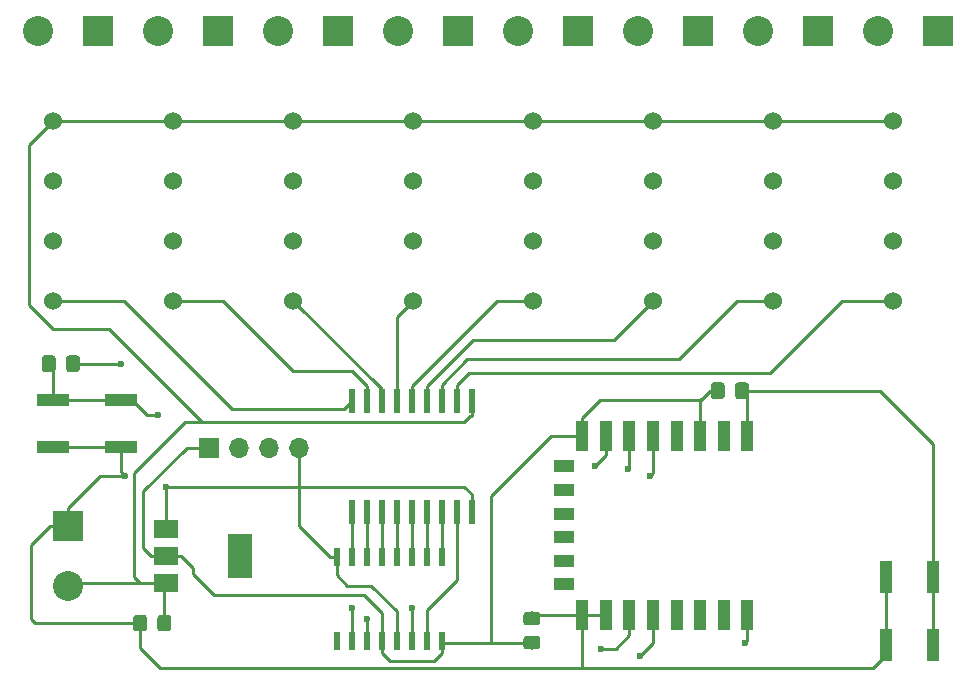
<source format=gtl>
G04 #@! TF.GenerationSoftware,KiCad,Pcbnew,5.0.1-33cea8e~68~ubuntu18.04.1*
G04 #@! TF.CreationDate,2018-11-29T08:56:37+01:00*
G04 #@! TF.ProjectId,8RelaisReed,3852656C616973526565642E6B696361,rev?*
G04 #@! TF.SameCoordinates,Original*
G04 #@! TF.FileFunction,Copper,L1,Top,Signal*
G04 #@! TF.FilePolarity,Positive*
%FSLAX46Y46*%
G04 Gerber Fmt 4.6, Leading zero omitted, Abs format (unit mm)*
G04 Created by KiCad (PCBNEW 5.0.1-33cea8e~68~ubuntu18.04.1) date jeu. 29 nov. 2018 08:56:37 CET*
%MOMM*%
%LPD*%
G01*
G04 APERTURE LIST*
G04 #@! TA.AperFunction,ComponentPad*
%ADD10R,2.540000X2.540000*%
G04 #@! TD*
G04 #@! TA.AperFunction,ComponentPad*
%ADD11C,2.540000*%
G04 #@! TD*
G04 #@! TA.AperFunction,ComponentPad*
%ADD12C,1.524000*%
G04 #@! TD*
G04 #@! TA.AperFunction,SMDPad,CuDef*
%ADD13R,2.000000X3.800000*%
G04 #@! TD*
G04 #@! TA.AperFunction,SMDPad,CuDef*
%ADD14R,2.000000X1.500000*%
G04 #@! TD*
G04 #@! TA.AperFunction,Conductor*
%ADD15C,0.100000*%
G04 #@! TD*
G04 #@! TA.AperFunction,SMDPad,CuDef*
%ADD16C,1.150000*%
G04 #@! TD*
G04 #@! TA.AperFunction,SMDPad,CuDef*
%ADD17R,1.000000X2.750000*%
G04 #@! TD*
G04 #@! TA.AperFunction,SMDPad,CuDef*
%ADD18R,1.000000X2.500000*%
G04 #@! TD*
G04 #@! TA.AperFunction,SMDPad,CuDef*
%ADD19R,1.800000X1.000000*%
G04 #@! TD*
G04 #@! TA.AperFunction,SMDPad,CuDef*
%ADD20R,0.600000X2.000000*%
G04 #@! TD*
G04 #@! TA.AperFunction,SMDPad,CuDef*
%ADD21R,0.600000X1.500000*%
G04 #@! TD*
G04 #@! TA.AperFunction,ComponentPad*
%ADD22R,1.700000X1.700000*%
G04 #@! TD*
G04 #@! TA.AperFunction,ComponentPad*
%ADD23O,1.700000X1.700000*%
G04 #@! TD*
G04 #@! TA.AperFunction,SMDPad,CuDef*
%ADD24R,2.750000X1.000000*%
G04 #@! TD*
G04 #@! TA.AperFunction,ViaPad*
%ADD25C,0.600000*%
G04 #@! TD*
G04 #@! TA.AperFunction,Conductor*
%ADD26C,0.250000*%
G04 #@! TD*
G04 APERTURE END LIST*
D10*
G04 #@! TO.P,P1,1*
G04 #@! TO.N,/GND*
X143510000Y-111760000D03*
D11*
G04 #@! TO.P,P1,2*
G04 #@! TO.N,/5V*
X143510000Y-116840000D03*
G04 #@! TD*
D10*
G04 #@! TO.P,P4,1*
G04 #@! TO.N,Net-(P4-Pad1)*
X146050000Y-69850000D03*
D11*
G04 #@! TO.P,P4,2*
G04 #@! TO.N,Net-(P4-Pad2)*
X140970000Y-69850000D03*
G04 #@! TD*
D10*
G04 #@! TO.P,P5,1*
G04 #@! TO.N,Net-(P5-Pad1)*
X156210000Y-69850000D03*
D11*
G04 #@! TO.P,P5,2*
G04 #@! TO.N,Net-(P5-Pad2)*
X151130000Y-69850000D03*
G04 #@! TD*
D10*
G04 #@! TO.P,P6,1*
G04 #@! TO.N,Net-(P6-Pad1)*
X166370000Y-69850000D03*
D11*
G04 #@! TO.P,P6,2*
G04 #@! TO.N,Net-(P6-Pad2)*
X161290000Y-69850000D03*
G04 #@! TD*
D10*
G04 #@! TO.P,P7,1*
G04 #@! TO.N,Net-(P7-Pad1)*
X176530000Y-69850000D03*
D11*
G04 #@! TO.P,P7,2*
G04 #@! TO.N,Net-(P7-Pad2)*
X171450000Y-69850000D03*
G04 #@! TD*
D10*
G04 #@! TO.P,P8,1*
G04 #@! TO.N,Net-(P8-Pad1)*
X186690000Y-69850000D03*
D11*
G04 #@! TO.P,P8,2*
G04 #@! TO.N,Net-(P8-Pad2)*
X181610000Y-69850000D03*
G04 #@! TD*
D10*
G04 #@! TO.P,P9,1*
G04 #@! TO.N,Net-(P9-Pad1)*
X196850000Y-69850000D03*
D11*
G04 #@! TO.P,P9,2*
G04 #@! TO.N,Net-(P9-Pad2)*
X191770000Y-69850000D03*
G04 #@! TD*
D10*
G04 #@! TO.P,P10,1*
G04 #@! TO.N,Net-(P10-Pad1)*
X207010000Y-69850000D03*
D11*
G04 #@! TO.P,P10,2*
G04 #@! TO.N,Net-(P10-Pad2)*
X201930000Y-69850000D03*
G04 #@! TD*
D10*
G04 #@! TO.P,P11,1*
G04 #@! TO.N,Net-(P11-Pad1)*
X217170000Y-69850000D03*
D11*
G04 #@! TO.P,P11,2*
G04 #@! TO.N,Net-(P11-Pad2)*
X212090000Y-69850000D03*
G04 #@! TD*
D12*
G04 #@! TO.P,R1,1*
G04 #@! TO.N,/S0*
X142240000Y-92710000D03*
G04 #@! TO.P,R1,2*
G04 #@! TO.N,Net-(P4-Pad1)*
X142240000Y-87630000D03*
G04 #@! TO.P,R1,3*
G04 #@! TO.N,Net-(P4-Pad2)*
X142240000Y-82550000D03*
G04 #@! TO.P,R1,4*
G04 #@! TO.N,/5V*
X142240000Y-77470000D03*
G04 #@! TD*
G04 #@! TO.P,R2,1*
G04 #@! TO.N,/S1*
X152400000Y-92710000D03*
G04 #@! TO.P,R2,2*
G04 #@! TO.N,Net-(P5-Pad1)*
X152400000Y-87630000D03*
G04 #@! TO.P,R2,3*
G04 #@! TO.N,Net-(P5-Pad2)*
X152400000Y-82550000D03*
G04 #@! TO.P,R2,4*
G04 #@! TO.N,/5V*
X152400000Y-77470000D03*
G04 #@! TD*
G04 #@! TO.P,R3,1*
G04 #@! TO.N,/S2*
X162560000Y-92710000D03*
G04 #@! TO.P,R3,2*
G04 #@! TO.N,Net-(P6-Pad1)*
X162560000Y-87630000D03*
G04 #@! TO.P,R3,3*
G04 #@! TO.N,Net-(P6-Pad2)*
X162560000Y-82550000D03*
G04 #@! TO.P,R3,4*
G04 #@! TO.N,/5V*
X162560000Y-77470000D03*
G04 #@! TD*
G04 #@! TO.P,R4,1*
G04 #@! TO.N,/S3*
X172720000Y-92710000D03*
G04 #@! TO.P,R4,2*
G04 #@! TO.N,Net-(P7-Pad1)*
X172720000Y-87630000D03*
G04 #@! TO.P,R4,3*
G04 #@! TO.N,Net-(P7-Pad2)*
X172720000Y-82550000D03*
G04 #@! TO.P,R4,4*
G04 #@! TO.N,/5V*
X172720000Y-77470000D03*
G04 #@! TD*
G04 #@! TO.P,R5,1*
G04 #@! TO.N,/S4*
X182880000Y-92710000D03*
G04 #@! TO.P,R5,2*
G04 #@! TO.N,Net-(P8-Pad1)*
X182880000Y-87630000D03*
G04 #@! TO.P,R5,3*
G04 #@! TO.N,Net-(P8-Pad2)*
X182880000Y-82550000D03*
G04 #@! TO.P,R5,4*
G04 #@! TO.N,/5V*
X182880000Y-77470000D03*
G04 #@! TD*
G04 #@! TO.P,R6,1*
G04 #@! TO.N,/S5*
X193040000Y-92710000D03*
G04 #@! TO.P,R6,2*
G04 #@! TO.N,Net-(P9-Pad1)*
X193040000Y-87630000D03*
G04 #@! TO.P,R6,3*
G04 #@! TO.N,Net-(P9-Pad2)*
X193040000Y-82550000D03*
G04 #@! TO.P,R6,4*
G04 #@! TO.N,/5V*
X193040000Y-77470000D03*
G04 #@! TD*
G04 #@! TO.P,R7,1*
G04 #@! TO.N,/S6*
X203200000Y-92710000D03*
G04 #@! TO.P,R7,2*
G04 #@! TO.N,Net-(P10-Pad1)*
X203200000Y-87630000D03*
G04 #@! TO.P,R7,3*
G04 #@! TO.N,Net-(P10-Pad2)*
X203200000Y-82550000D03*
G04 #@! TO.P,R7,4*
G04 #@! TO.N,/5V*
X203200000Y-77470000D03*
G04 #@! TD*
G04 #@! TO.P,R8,1*
G04 #@! TO.N,/S7*
X213360000Y-92710000D03*
G04 #@! TO.P,R8,2*
G04 #@! TO.N,Net-(P11-Pad1)*
X213360000Y-87630000D03*
G04 #@! TO.P,R8,3*
G04 #@! TO.N,Net-(P11-Pad2)*
X213360000Y-82550000D03*
G04 #@! TO.P,R8,4*
G04 #@! TO.N,/5V*
X213360000Y-77470000D03*
G04 #@! TD*
D13*
G04 #@! TO.P,U1,4*
G04 #@! TO.N,N/C*
X158090000Y-114300000D03*
D14*
G04 #@! TO.P,U1,2*
G04 #@! TO.N,/3V3*
X151790000Y-114300000D03*
G04 #@! TO.P,U1,3*
G04 #@! TO.N,/5V*
X151790000Y-116600000D03*
G04 #@! TO.P,U1,1*
G04 #@! TO.N,/GND*
X151790000Y-112000000D03*
G04 #@! TD*
D15*
G04 #@! TO.N,/5V*
G04 #@! TO.C,C1*
G36*
X151987505Y-119316204D02*
X152011773Y-119319804D01*
X152035572Y-119325765D01*
X152058671Y-119334030D01*
X152080850Y-119344520D01*
X152101893Y-119357132D01*
X152121599Y-119371747D01*
X152139777Y-119388223D01*
X152156253Y-119406401D01*
X152170868Y-119426107D01*
X152183480Y-119447150D01*
X152193970Y-119469329D01*
X152202235Y-119492428D01*
X152208196Y-119516227D01*
X152211796Y-119540495D01*
X152213000Y-119564999D01*
X152213000Y-120465001D01*
X152211796Y-120489505D01*
X152208196Y-120513773D01*
X152202235Y-120537572D01*
X152193970Y-120560671D01*
X152183480Y-120582850D01*
X152170868Y-120603893D01*
X152156253Y-120623599D01*
X152139777Y-120641777D01*
X152121599Y-120658253D01*
X152101893Y-120672868D01*
X152080850Y-120685480D01*
X152058671Y-120695970D01*
X152035572Y-120704235D01*
X152011773Y-120710196D01*
X151987505Y-120713796D01*
X151963001Y-120715000D01*
X151312999Y-120715000D01*
X151288495Y-120713796D01*
X151264227Y-120710196D01*
X151240428Y-120704235D01*
X151217329Y-120695970D01*
X151195150Y-120685480D01*
X151174107Y-120672868D01*
X151154401Y-120658253D01*
X151136223Y-120641777D01*
X151119747Y-120623599D01*
X151105132Y-120603893D01*
X151092520Y-120582850D01*
X151082030Y-120560671D01*
X151073765Y-120537572D01*
X151067804Y-120513773D01*
X151064204Y-120489505D01*
X151063000Y-120465001D01*
X151063000Y-119564999D01*
X151064204Y-119540495D01*
X151067804Y-119516227D01*
X151073765Y-119492428D01*
X151082030Y-119469329D01*
X151092520Y-119447150D01*
X151105132Y-119426107D01*
X151119747Y-119406401D01*
X151136223Y-119388223D01*
X151154401Y-119371747D01*
X151174107Y-119357132D01*
X151195150Y-119344520D01*
X151217329Y-119334030D01*
X151240428Y-119325765D01*
X151264227Y-119319804D01*
X151288495Y-119316204D01*
X151312999Y-119315000D01*
X151963001Y-119315000D01*
X151987505Y-119316204D01*
X151987505Y-119316204D01*
G37*
D16*
G04 #@! TD*
G04 #@! TO.P,C1,1*
G04 #@! TO.N,/5V*
X151638000Y-120015000D03*
D15*
G04 #@! TO.N,/GND*
G04 #@! TO.C,C1*
G36*
X149937505Y-119316204D02*
X149961773Y-119319804D01*
X149985572Y-119325765D01*
X150008671Y-119334030D01*
X150030850Y-119344520D01*
X150051893Y-119357132D01*
X150071599Y-119371747D01*
X150089777Y-119388223D01*
X150106253Y-119406401D01*
X150120868Y-119426107D01*
X150133480Y-119447150D01*
X150143970Y-119469329D01*
X150152235Y-119492428D01*
X150158196Y-119516227D01*
X150161796Y-119540495D01*
X150163000Y-119564999D01*
X150163000Y-120465001D01*
X150161796Y-120489505D01*
X150158196Y-120513773D01*
X150152235Y-120537572D01*
X150143970Y-120560671D01*
X150133480Y-120582850D01*
X150120868Y-120603893D01*
X150106253Y-120623599D01*
X150089777Y-120641777D01*
X150071599Y-120658253D01*
X150051893Y-120672868D01*
X150030850Y-120685480D01*
X150008671Y-120695970D01*
X149985572Y-120704235D01*
X149961773Y-120710196D01*
X149937505Y-120713796D01*
X149913001Y-120715000D01*
X149262999Y-120715000D01*
X149238495Y-120713796D01*
X149214227Y-120710196D01*
X149190428Y-120704235D01*
X149167329Y-120695970D01*
X149145150Y-120685480D01*
X149124107Y-120672868D01*
X149104401Y-120658253D01*
X149086223Y-120641777D01*
X149069747Y-120623599D01*
X149055132Y-120603893D01*
X149042520Y-120582850D01*
X149032030Y-120560671D01*
X149023765Y-120537572D01*
X149017804Y-120513773D01*
X149014204Y-120489505D01*
X149013000Y-120465001D01*
X149013000Y-119564999D01*
X149014204Y-119540495D01*
X149017804Y-119516227D01*
X149023765Y-119492428D01*
X149032030Y-119469329D01*
X149042520Y-119447150D01*
X149055132Y-119426107D01*
X149069747Y-119406401D01*
X149086223Y-119388223D01*
X149104401Y-119371747D01*
X149124107Y-119357132D01*
X149145150Y-119344520D01*
X149167329Y-119334030D01*
X149190428Y-119325765D01*
X149214227Y-119319804D01*
X149238495Y-119316204D01*
X149262999Y-119315000D01*
X149913001Y-119315000D01*
X149937505Y-119316204D01*
X149937505Y-119316204D01*
G37*
D16*
G04 #@! TD*
G04 #@! TO.P,C1,2*
G04 #@! TO.N,/GND*
X149588000Y-120015000D03*
D15*
G04 #@! TO.N,/GND*
G04 #@! TO.C,C2*
G36*
X183227505Y-119042204D02*
X183251773Y-119045804D01*
X183275572Y-119051765D01*
X183298671Y-119060030D01*
X183320850Y-119070520D01*
X183341893Y-119083132D01*
X183361599Y-119097747D01*
X183379777Y-119114223D01*
X183396253Y-119132401D01*
X183410868Y-119152107D01*
X183423480Y-119173150D01*
X183433970Y-119195329D01*
X183442235Y-119218428D01*
X183448196Y-119242227D01*
X183451796Y-119266495D01*
X183453000Y-119290999D01*
X183453000Y-119941001D01*
X183451796Y-119965505D01*
X183448196Y-119989773D01*
X183442235Y-120013572D01*
X183433970Y-120036671D01*
X183423480Y-120058850D01*
X183410868Y-120079893D01*
X183396253Y-120099599D01*
X183379777Y-120117777D01*
X183361599Y-120134253D01*
X183341893Y-120148868D01*
X183320850Y-120161480D01*
X183298671Y-120171970D01*
X183275572Y-120180235D01*
X183251773Y-120186196D01*
X183227505Y-120189796D01*
X183203001Y-120191000D01*
X182302999Y-120191000D01*
X182278495Y-120189796D01*
X182254227Y-120186196D01*
X182230428Y-120180235D01*
X182207329Y-120171970D01*
X182185150Y-120161480D01*
X182164107Y-120148868D01*
X182144401Y-120134253D01*
X182126223Y-120117777D01*
X182109747Y-120099599D01*
X182095132Y-120079893D01*
X182082520Y-120058850D01*
X182072030Y-120036671D01*
X182063765Y-120013572D01*
X182057804Y-119989773D01*
X182054204Y-119965505D01*
X182053000Y-119941001D01*
X182053000Y-119290999D01*
X182054204Y-119266495D01*
X182057804Y-119242227D01*
X182063765Y-119218428D01*
X182072030Y-119195329D01*
X182082520Y-119173150D01*
X182095132Y-119152107D01*
X182109747Y-119132401D01*
X182126223Y-119114223D01*
X182144401Y-119097747D01*
X182164107Y-119083132D01*
X182185150Y-119070520D01*
X182207329Y-119060030D01*
X182230428Y-119051765D01*
X182254227Y-119045804D01*
X182278495Y-119042204D01*
X182302999Y-119041000D01*
X183203001Y-119041000D01*
X183227505Y-119042204D01*
X183227505Y-119042204D01*
G37*
D16*
G04 #@! TD*
G04 #@! TO.P,C2,2*
G04 #@! TO.N,/GND*
X182753000Y-119616000D03*
D15*
G04 #@! TO.N,/3V3*
G04 #@! TO.C,C2*
G36*
X183227505Y-121092204D02*
X183251773Y-121095804D01*
X183275572Y-121101765D01*
X183298671Y-121110030D01*
X183320850Y-121120520D01*
X183341893Y-121133132D01*
X183361599Y-121147747D01*
X183379777Y-121164223D01*
X183396253Y-121182401D01*
X183410868Y-121202107D01*
X183423480Y-121223150D01*
X183433970Y-121245329D01*
X183442235Y-121268428D01*
X183448196Y-121292227D01*
X183451796Y-121316495D01*
X183453000Y-121340999D01*
X183453000Y-121991001D01*
X183451796Y-122015505D01*
X183448196Y-122039773D01*
X183442235Y-122063572D01*
X183433970Y-122086671D01*
X183423480Y-122108850D01*
X183410868Y-122129893D01*
X183396253Y-122149599D01*
X183379777Y-122167777D01*
X183361599Y-122184253D01*
X183341893Y-122198868D01*
X183320850Y-122211480D01*
X183298671Y-122221970D01*
X183275572Y-122230235D01*
X183251773Y-122236196D01*
X183227505Y-122239796D01*
X183203001Y-122241000D01*
X182302999Y-122241000D01*
X182278495Y-122239796D01*
X182254227Y-122236196D01*
X182230428Y-122230235D01*
X182207329Y-122221970D01*
X182185150Y-122211480D01*
X182164107Y-122198868D01*
X182144401Y-122184253D01*
X182126223Y-122167777D01*
X182109747Y-122149599D01*
X182095132Y-122129893D01*
X182082520Y-122108850D01*
X182072030Y-122086671D01*
X182063765Y-122063572D01*
X182057804Y-122039773D01*
X182054204Y-122015505D01*
X182053000Y-121991001D01*
X182053000Y-121340999D01*
X182054204Y-121316495D01*
X182057804Y-121292227D01*
X182063765Y-121268428D01*
X182072030Y-121245329D01*
X182082520Y-121223150D01*
X182095132Y-121202107D01*
X182109747Y-121182401D01*
X182126223Y-121164223D01*
X182144401Y-121147747D01*
X182164107Y-121133132D01*
X182185150Y-121120520D01*
X182207329Y-121110030D01*
X182230428Y-121101765D01*
X182254227Y-121095804D01*
X182278495Y-121092204D01*
X182302999Y-121091000D01*
X183203001Y-121091000D01*
X183227505Y-121092204D01*
X183227505Y-121092204D01*
G37*
D16*
G04 #@! TD*
G04 #@! TO.P,C2,1*
G04 #@! TO.N,/3V3*
X182753000Y-121666000D03*
D15*
G04 #@! TO.N,/3V3*
G04 #@! TO.C,R9*
G36*
X198850505Y-99631204D02*
X198874773Y-99634804D01*
X198898572Y-99640765D01*
X198921671Y-99649030D01*
X198943850Y-99659520D01*
X198964893Y-99672132D01*
X198984599Y-99686747D01*
X199002777Y-99703223D01*
X199019253Y-99721401D01*
X199033868Y-99741107D01*
X199046480Y-99762150D01*
X199056970Y-99784329D01*
X199065235Y-99807428D01*
X199071196Y-99831227D01*
X199074796Y-99855495D01*
X199076000Y-99879999D01*
X199076000Y-100780001D01*
X199074796Y-100804505D01*
X199071196Y-100828773D01*
X199065235Y-100852572D01*
X199056970Y-100875671D01*
X199046480Y-100897850D01*
X199033868Y-100918893D01*
X199019253Y-100938599D01*
X199002777Y-100956777D01*
X198984599Y-100973253D01*
X198964893Y-100987868D01*
X198943850Y-101000480D01*
X198921671Y-101010970D01*
X198898572Y-101019235D01*
X198874773Y-101025196D01*
X198850505Y-101028796D01*
X198826001Y-101030000D01*
X198175999Y-101030000D01*
X198151495Y-101028796D01*
X198127227Y-101025196D01*
X198103428Y-101019235D01*
X198080329Y-101010970D01*
X198058150Y-101000480D01*
X198037107Y-100987868D01*
X198017401Y-100973253D01*
X197999223Y-100956777D01*
X197982747Y-100938599D01*
X197968132Y-100918893D01*
X197955520Y-100897850D01*
X197945030Y-100875671D01*
X197936765Y-100852572D01*
X197930804Y-100828773D01*
X197927204Y-100804505D01*
X197926000Y-100780001D01*
X197926000Y-99879999D01*
X197927204Y-99855495D01*
X197930804Y-99831227D01*
X197936765Y-99807428D01*
X197945030Y-99784329D01*
X197955520Y-99762150D01*
X197968132Y-99741107D01*
X197982747Y-99721401D01*
X197999223Y-99703223D01*
X198017401Y-99686747D01*
X198037107Y-99672132D01*
X198058150Y-99659520D01*
X198080329Y-99649030D01*
X198103428Y-99640765D01*
X198127227Y-99634804D01*
X198151495Y-99631204D01*
X198175999Y-99630000D01*
X198826001Y-99630000D01*
X198850505Y-99631204D01*
X198850505Y-99631204D01*
G37*
D16*
G04 #@! TD*
G04 #@! TO.P,R9,1*
G04 #@! TO.N,/3V3*
X198501000Y-100330000D03*
D15*
G04 #@! TO.N,Net-(R9-Pad2)*
G04 #@! TO.C,R9*
G36*
X200900505Y-99631204D02*
X200924773Y-99634804D01*
X200948572Y-99640765D01*
X200971671Y-99649030D01*
X200993850Y-99659520D01*
X201014893Y-99672132D01*
X201034599Y-99686747D01*
X201052777Y-99703223D01*
X201069253Y-99721401D01*
X201083868Y-99741107D01*
X201096480Y-99762150D01*
X201106970Y-99784329D01*
X201115235Y-99807428D01*
X201121196Y-99831227D01*
X201124796Y-99855495D01*
X201126000Y-99879999D01*
X201126000Y-100780001D01*
X201124796Y-100804505D01*
X201121196Y-100828773D01*
X201115235Y-100852572D01*
X201106970Y-100875671D01*
X201096480Y-100897850D01*
X201083868Y-100918893D01*
X201069253Y-100938599D01*
X201052777Y-100956777D01*
X201034599Y-100973253D01*
X201014893Y-100987868D01*
X200993850Y-101000480D01*
X200971671Y-101010970D01*
X200948572Y-101019235D01*
X200924773Y-101025196D01*
X200900505Y-101028796D01*
X200876001Y-101030000D01*
X200225999Y-101030000D01*
X200201495Y-101028796D01*
X200177227Y-101025196D01*
X200153428Y-101019235D01*
X200130329Y-101010970D01*
X200108150Y-101000480D01*
X200087107Y-100987868D01*
X200067401Y-100973253D01*
X200049223Y-100956777D01*
X200032747Y-100938599D01*
X200018132Y-100918893D01*
X200005520Y-100897850D01*
X199995030Y-100875671D01*
X199986765Y-100852572D01*
X199980804Y-100828773D01*
X199977204Y-100804505D01*
X199976000Y-100780001D01*
X199976000Y-99879999D01*
X199977204Y-99855495D01*
X199980804Y-99831227D01*
X199986765Y-99807428D01*
X199995030Y-99784329D01*
X200005520Y-99762150D01*
X200018132Y-99741107D01*
X200032747Y-99721401D01*
X200049223Y-99703223D01*
X200067401Y-99686747D01*
X200087107Y-99672132D01*
X200108150Y-99659520D01*
X200130329Y-99649030D01*
X200153428Y-99640765D01*
X200177227Y-99634804D01*
X200201495Y-99631204D01*
X200225999Y-99630000D01*
X200876001Y-99630000D01*
X200900505Y-99631204D01*
X200900505Y-99631204D01*
G37*
D16*
G04 #@! TD*
G04 #@! TO.P,R9,2*
G04 #@! TO.N,Net-(R9-Pad2)*
X200551000Y-100330000D03*
D17*
G04 #@! TO.P,SW1,1*
G04 #@! TO.N,/GND*
X212725000Y-116078000D03*
X212725000Y-121838000D03*
G04 #@! TO.P,SW1,2*
G04 #@! TO.N,Net-(R9-Pad2)*
X216725000Y-121838000D03*
X216725000Y-116078000D03*
G04 #@! TD*
D18*
G04 #@! TO.P,U2,1*
G04 #@! TO.N,Net-(R9-Pad2)*
X201008000Y-104140000D03*
G04 #@! TO.P,U2,2*
G04 #@! TO.N,Net-(U2-Pad2)*
X199008000Y-104140000D03*
G04 #@! TO.P,U2,3*
G04 #@! TO.N,/3V3*
X197008000Y-104140000D03*
G04 #@! TO.P,U2,4*
G04 #@! TO.N,Net-(U2-Pad4)*
X195008000Y-104140000D03*
G04 #@! TO.P,U2,5*
G04 #@! TO.N,/SER*
X193008000Y-104140000D03*
G04 #@! TO.P,U2,6*
G04 #@! TO.N,/SRCLK*
X191008000Y-104140000D03*
G04 #@! TO.P,U2,7*
G04 #@! TO.N,/RCLK*
X189008000Y-104140000D03*
G04 #@! TO.P,U2,8*
G04 #@! TO.N,/3V3*
X187008000Y-104140000D03*
D19*
G04 #@! TO.P,U2,9*
G04 #@! TO.N,Net-(U2-Pad9)*
X185508000Y-106740000D03*
G04 #@! TO.P,U2,10*
G04 #@! TO.N,Net-(U2-Pad10)*
X185508000Y-108740000D03*
G04 #@! TO.P,U2,11*
G04 #@! TO.N,Net-(U2-Pad11)*
X185508000Y-110740000D03*
G04 #@! TO.P,U2,12*
G04 #@! TO.N,Net-(U2-Pad12)*
X185508000Y-112740000D03*
G04 #@! TO.P,U2,13*
G04 #@! TO.N,Net-(U2-Pad13)*
X185508000Y-114740000D03*
G04 #@! TO.P,U2,14*
G04 #@! TO.N,Net-(U2-Pad14)*
X185508000Y-116740000D03*
D18*
G04 #@! TO.P,U2,15*
G04 #@! TO.N,/GND*
X187008000Y-119340000D03*
G04 #@! TO.P,U2,16*
X189008000Y-119340000D03*
G04 #@! TO.P,U2,17*
G04 #@! TO.N,/RXD*
X191008000Y-119340000D03*
G04 #@! TO.P,U2,18*
G04 #@! TO.N,Net-(R10-Pad2)*
X193008000Y-119340000D03*
G04 #@! TO.P,U2,19*
G04 #@! TO.N,Net-(U2-Pad19)*
X195008000Y-119340000D03*
G04 #@! TO.P,U2,20*
G04 #@! TO.N,Net-(U2-Pad20)*
X197008000Y-119340000D03*
G04 #@! TO.P,U2,21*
G04 #@! TO.N,Net-(U2-Pad21)*
X199008000Y-119340000D03*
G04 #@! TO.P,U2,22*
G04 #@! TO.N,/TXD*
X201008000Y-119340000D03*
G04 #@! TD*
D20*
G04 #@! TO.P,U4,1*
G04 #@! TO.N,/O1*
X167513000Y-110619000D03*
G04 #@! TO.P,U4,2*
G04 #@! TO.N,/O2*
X168783000Y-110619000D03*
G04 #@! TO.P,U4,3*
G04 #@! TO.N,/O3*
X170053000Y-110619000D03*
G04 #@! TO.P,U4,4*
G04 #@! TO.N,/O4*
X171323000Y-110619000D03*
G04 #@! TO.P,U4,5*
G04 #@! TO.N,/O5*
X172593000Y-110619000D03*
G04 #@! TO.P,U4,6*
G04 #@! TO.N,/O6*
X173863000Y-110619000D03*
G04 #@! TO.P,U4,7*
G04 #@! TO.N,/O7*
X175133000Y-110619000D03*
G04 #@! TO.P,U4,8*
G04 #@! TO.N,/O8*
X176403000Y-110619000D03*
G04 #@! TO.P,U4,9*
G04 #@! TO.N,/GND*
X177673000Y-110619000D03*
G04 #@! TO.P,U4,10*
G04 #@! TO.N,/5V*
X177673000Y-101219000D03*
G04 #@! TO.P,U4,11*
G04 #@! TO.N,/S7*
X176403000Y-101219000D03*
G04 #@! TO.P,U4,12*
G04 #@! TO.N,/S6*
X175133000Y-101219000D03*
G04 #@! TO.P,U4,13*
G04 #@! TO.N,/S5*
X173863000Y-101219000D03*
G04 #@! TO.P,U4,14*
G04 #@! TO.N,/S4*
X172593000Y-101219000D03*
G04 #@! TO.P,U4,15*
G04 #@! TO.N,/S3*
X171323000Y-101219000D03*
G04 #@! TO.P,U4,16*
G04 #@! TO.N,/S2*
X170053000Y-101219000D03*
G04 #@! TO.P,U4,17*
G04 #@! TO.N,/S1*
X168783000Y-101219000D03*
G04 #@! TO.P,U4,18*
G04 #@! TO.N,/S0*
X167513000Y-101219000D03*
G04 #@! TD*
D21*
G04 #@! TO.P,U3,1*
G04 #@! TO.N,/O7*
X175133000Y-114433000D03*
G04 #@! TO.P,U3,2*
G04 #@! TO.N,/O6*
X173863000Y-114433000D03*
G04 #@! TO.P,U3,3*
G04 #@! TO.N,/O5*
X172593000Y-114433000D03*
G04 #@! TO.P,U3,4*
G04 #@! TO.N,/O4*
X171323000Y-114433000D03*
G04 #@! TO.P,U3,5*
G04 #@! TO.N,/O3*
X170053000Y-114433000D03*
G04 #@! TO.P,U3,6*
G04 #@! TO.N,/O2*
X168783000Y-114433000D03*
G04 #@! TO.P,U3,7*
G04 #@! TO.N,/O1*
X167513000Y-114433000D03*
G04 #@! TO.P,U3,8*
G04 #@! TO.N,/GND*
X166243000Y-114433000D03*
G04 #@! TO.P,U3,9*
G04 #@! TO.N,Net-(U3-Pad9)*
X166243000Y-121533000D03*
G04 #@! TO.P,U3,10*
G04 #@! TO.N,/RCLK*
X167513000Y-121533000D03*
G04 #@! TO.P,U3,11*
G04 #@! TO.N,/SRCLK*
X168783000Y-121533000D03*
G04 #@! TO.P,U3,12*
G04 #@! TO.N,/3V3*
X170053000Y-121533000D03*
G04 #@! TO.P,U3,13*
G04 #@! TO.N,/GND*
X171323000Y-121533000D03*
G04 #@! TO.P,U3,14*
G04 #@! TO.N,/SER*
X172593000Y-121533000D03*
G04 #@! TO.P,U3,15*
G04 #@! TO.N,/O8*
X173863000Y-121533000D03*
G04 #@! TO.P,U3,16*
G04 #@! TO.N,/3V3*
X175133000Y-121533000D03*
G04 #@! TD*
D22*
G04 #@! TO.P,J1,1*
G04 #@! TO.N,/3V3*
X155448000Y-105156000D03*
D23*
G04 #@! TO.P,J1,2*
G04 #@! TO.N,/TXD*
X157988000Y-105156000D03*
G04 #@! TO.P,J1,3*
G04 #@! TO.N,/RXD*
X160528000Y-105156000D03*
G04 #@! TO.P,J1,4*
G04 #@! TO.N,/GND*
X163068000Y-105156000D03*
G04 #@! TD*
D15*
G04 #@! TO.N,/3V3*
G04 #@! TO.C,R10*
G36*
X144258505Y-97345204D02*
X144282773Y-97348804D01*
X144306572Y-97354765D01*
X144329671Y-97363030D01*
X144351850Y-97373520D01*
X144372893Y-97386132D01*
X144392599Y-97400747D01*
X144410777Y-97417223D01*
X144427253Y-97435401D01*
X144441868Y-97455107D01*
X144454480Y-97476150D01*
X144464970Y-97498329D01*
X144473235Y-97521428D01*
X144479196Y-97545227D01*
X144482796Y-97569495D01*
X144484000Y-97593999D01*
X144484000Y-98494001D01*
X144482796Y-98518505D01*
X144479196Y-98542773D01*
X144473235Y-98566572D01*
X144464970Y-98589671D01*
X144454480Y-98611850D01*
X144441868Y-98632893D01*
X144427253Y-98652599D01*
X144410777Y-98670777D01*
X144392599Y-98687253D01*
X144372893Y-98701868D01*
X144351850Y-98714480D01*
X144329671Y-98724970D01*
X144306572Y-98733235D01*
X144282773Y-98739196D01*
X144258505Y-98742796D01*
X144234001Y-98744000D01*
X143583999Y-98744000D01*
X143559495Y-98742796D01*
X143535227Y-98739196D01*
X143511428Y-98733235D01*
X143488329Y-98724970D01*
X143466150Y-98714480D01*
X143445107Y-98701868D01*
X143425401Y-98687253D01*
X143407223Y-98670777D01*
X143390747Y-98652599D01*
X143376132Y-98632893D01*
X143363520Y-98611850D01*
X143353030Y-98589671D01*
X143344765Y-98566572D01*
X143338804Y-98542773D01*
X143335204Y-98518505D01*
X143334000Y-98494001D01*
X143334000Y-97593999D01*
X143335204Y-97569495D01*
X143338804Y-97545227D01*
X143344765Y-97521428D01*
X143353030Y-97498329D01*
X143363520Y-97476150D01*
X143376132Y-97455107D01*
X143390747Y-97435401D01*
X143407223Y-97417223D01*
X143425401Y-97400747D01*
X143445107Y-97386132D01*
X143466150Y-97373520D01*
X143488329Y-97363030D01*
X143511428Y-97354765D01*
X143535227Y-97348804D01*
X143559495Y-97345204D01*
X143583999Y-97344000D01*
X144234001Y-97344000D01*
X144258505Y-97345204D01*
X144258505Y-97345204D01*
G37*
D16*
G04 #@! TD*
G04 #@! TO.P,R10,1*
G04 #@! TO.N,/3V3*
X143909000Y-98044000D03*
D15*
G04 #@! TO.N,Net-(R10-Pad2)*
G04 #@! TO.C,R10*
G36*
X142208505Y-97345204D02*
X142232773Y-97348804D01*
X142256572Y-97354765D01*
X142279671Y-97363030D01*
X142301850Y-97373520D01*
X142322893Y-97386132D01*
X142342599Y-97400747D01*
X142360777Y-97417223D01*
X142377253Y-97435401D01*
X142391868Y-97455107D01*
X142404480Y-97476150D01*
X142414970Y-97498329D01*
X142423235Y-97521428D01*
X142429196Y-97545227D01*
X142432796Y-97569495D01*
X142434000Y-97593999D01*
X142434000Y-98494001D01*
X142432796Y-98518505D01*
X142429196Y-98542773D01*
X142423235Y-98566572D01*
X142414970Y-98589671D01*
X142404480Y-98611850D01*
X142391868Y-98632893D01*
X142377253Y-98652599D01*
X142360777Y-98670777D01*
X142342599Y-98687253D01*
X142322893Y-98701868D01*
X142301850Y-98714480D01*
X142279671Y-98724970D01*
X142256572Y-98733235D01*
X142232773Y-98739196D01*
X142208505Y-98742796D01*
X142184001Y-98744000D01*
X141533999Y-98744000D01*
X141509495Y-98742796D01*
X141485227Y-98739196D01*
X141461428Y-98733235D01*
X141438329Y-98724970D01*
X141416150Y-98714480D01*
X141395107Y-98701868D01*
X141375401Y-98687253D01*
X141357223Y-98670777D01*
X141340747Y-98652599D01*
X141326132Y-98632893D01*
X141313520Y-98611850D01*
X141303030Y-98589671D01*
X141294765Y-98566572D01*
X141288804Y-98542773D01*
X141285204Y-98518505D01*
X141284000Y-98494001D01*
X141284000Y-97593999D01*
X141285204Y-97569495D01*
X141288804Y-97545227D01*
X141294765Y-97521428D01*
X141303030Y-97498329D01*
X141313520Y-97476150D01*
X141326132Y-97455107D01*
X141340747Y-97435401D01*
X141357223Y-97417223D01*
X141375401Y-97400747D01*
X141395107Y-97386132D01*
X141416150Y-97373520D01*
X141438329Y-97363030D01*
X141461428Y-97354765D01*
X141485227Y-97348804D01*
X141509495Y-97345204D01*
X141533999Y-97344000D01*
X142184001Y-97344000D01*
X142208505Y-97345204D01*
X142208505Y-97345204D01*
G37*
D16*
G04 #@! TD*
G04 #@! TO.P,R10,2*
G04 #@! TO.N,Net-(R10-Pad2)*
X141859000Y-98044000D03*
D24*
G04 #@! TO.P,SW2,1*
G04 #@! TO.N,/GND*
X142240000Y-105092000D03*
X148000000Y-105092000D03*
G04 #@! TO.P,SW2,2*
G04 #@! TO.N,Net-(R10-Pad2)*
X148000000Y-101092000D03*
X142240000Y-101092000D03*
G04 #@! TD*
D25*
G04 #@! TO.N,/3V3*
X147955000Y-98044000D03*
G04 #@! TO.N,/SRCLK*
X190881000Y-106934000D03*
X168783000Y-119634000D03*
G04 #@! TO.N,/RCLK*
X188087000Y-106680000D03*
X167513003Y-118745003D03*
G04 #@! TO.N,/SER*
X192786000Y-107569000D03*
X172593000Y-118745000D03*
G04 #@! TO.N,/GND*
X148336000Y-107569000D03*
X151764994Y-108458000D03*
G04 #@! TO.N,/TXD*
X200787000Y-121666000D03*
G04 #@! TO.N,/RXD*
X188595000Y-122174000D03*
G04 #@! TO.N,Net-(R10-Pad2)*
X151130000Y-102362000D03*
X191897000Y-122809000D03*
G04 #@! TD*
D26*
G04 #@! TO.N,/3V3*
X197008000Y-101148000D02*
X197008000Y-102640000D01*
X197008000Y-102640000D02*
X197008000Y-104140000D01*
X197826000Y-100330000D02*
X197008000Y-101148000D01*
X197826000Y-100330000D02*
X198501000Y-100330000D01*
X175266000Y-121666000D02*
X175133000Y-121533000D01*
X170053000Y-122533000D02*
X170053000Y-121533000D01*
X175133000Y-121533000D02*
X175133000Y-122555000D01*
X175133000Y-122555000D02*
X174498000Y-123190000D01*
X174498000Y-123190000D02*
X170710000Y-123190000D01*
X170710000Y-123190000D02*
X170053000Y-122533000D01*
X197064000Y-101092000D02*
X197826000Y-100330000D01*
X188556000Y-101092000D02*
X197064000Y-101092000D01*
X187008000Y-102640000D02*
X188556000Y-101092000D01*
X187008000Y-104140000D02*
X187008000Y-102640000D01*
X143909000Y-98044000D02*
X147955000Y-98044000D01*
X179324000Y-121666000D02*
X175266000Y-121666000D01*
X182753000Y-121666000D02*
X179324000Y-121666000D01*
X186258000Y-104140000D02*
X187008000Y-104140000D01*
X179324000Y-109220000D02*
X184404000Y-104140000D01*
X184404000Y-104140000D02*
X186258000Y-104140000D01*
X179324000Y-121666000D02*
X179324000Y-109220000D01*
X154348000Y-105156000D02*
X155448000Y-105156000D01*
X150540000Y-114300000D02*
X149860000Y-113620000D01*
X153543000Y-105156000D02*
X154348000Y-105156000D01*
X149860000Y-113620000D02*
X149860000Y-108839000D01*
X151790000Y-114300000D02*
X150540000Y-114300000D01*
X149860000Y-108839000D02*
X153543000Y-105156000D01*
X170053000Y-119126000D02*
X170053000Y-121533000D01*
X168529000Y-117602000D02*
X170053000Y-119126000D01*
X155829000Y-117602000D02*
X168529000Y-117602000D01*
X151790000Y-114300000D02*
X153040000Y-114300000D01*
X153040000Y-114300000D02*
X154051000Y-115311000D01*
X154051000Y-115311000D02*
X154051000Y-115824000D01*
X154051000Y-115824000D02*
X155829000Y-117602000D01*
G04 #@! TO.N,/SRCLK*
X191008000Y-104140000D02*
X191008000Y-105640000D01*
X191008000Y-106807000D02*
X190881000Y-106934000D01*
X191008000Y-105640000D02*
X191008000Y-106807000D01*
X168783000Y-121533000D02*
X168783000Y-119634000D01*
G04 #@! TO.N,/RCLK*
X189008000Y-105759000D02*
X188087000Y-106680000D01*
X189008000Y-104140000D02*
X189008000Y-105759000D01*
X167513000Y-118745006D02*
X167513003Y-118745003D01*
X167513000Y-121533000D02*
X167513000Y-118745006D01*
G04 #@! TO.N,/SER*
X193008000Y-105640000D02*
X193040000Y-105672000D01*
X193008000Y-104140000D02*
X193008000Y-105640000D01*
X193040000Y-107315000D02*
X192786000Y-107569000D01*
X193040000Y-105672000D02*
X193040000Y-107315000D01*
X172593000Y-118745000D02*
X172593000Y-121533000D01*
G04 #@! TO.N,/S0*
X148209000Y-92710000D02*
X142240000Y-92710000D01*
X157353000Y-101854000D02*
X148209000Y-92710000D01*
X166878000Y-101854000D02*
X157353000Y-101854000D01*
X167513000Y-101219000D02*
X166878000Y-101854000D01*
G04 #@! TO.N,/S1*
X156591000Y-92710000D02*
X152400000Y-92710000D01*
X168783000Y-101219000D02*
X168783000Y-99969000D01*
X168783000Y-99969000D02*
X167493000Y-98679000D01*
X162560000Y-98679000D02*
X156591000Y-92710000D01*
X167493000Y-98679000D02*
X162560000Y-98679000D01*
G04 #@! TO.N,/S2*
X170053000Y-100203000D02*
X170053000Y-101219000D01*
X162560000Y-92710000D02*
X170053000Y-100203000D01*
G04 #@! TO.N,/S3*
X171323000Y-94107000D02*
X171323000Y-101219000D01*
X172720000Y-92710000D02*
X171323000Y-94107000D01*
G04 #@! TO.N,/S4*
X172593000Y-101219000D02*
X172593000Y-99969000D01*
X179852000Y-92710000D02*
X182880000Y-92710000D01*
X172593000Y-99969000D02*
X179852000Y-92710000D01*
G04 #@! TO.N,/S5*
X173863000Y-99969000D02*
X177820000Y-96012000D01*
X173863000Y-101219000D02*
X173863000Y-99969000D01*
X189738000Y-96012000D02*
X193040000Y-92710000D01*
X177820000Y-96012000D02*
X189738000Y-96012000D01*
G04 #@! TO.N,/S6*
X200152000Y-92710000D02*
X203200000Y-92710000D01*
X175133000Y-101219000D02*
X175133000Y-99822000D01*
X177292000Y-97663000D02*
X195199000Y-97663000D01*
X175133000Y-99822000D02*
X177292000Y-97663000D01*
X195199000Y-97663000D02*
X200152000Y-92710000D01*
G04 #@! TO.N,/S7*
X176403000Y-101219000D02*
X176403000Y-99822000D01*
X202946000Y-98806000D02*
X209042000Y-92710000D01*
X176403000Y-99822000D02*
X177419000Y-98806000D01*
X209042000Y-92710000D02*
X213360000Y-92710000D01*
X177419000Y-98806000D02*
X202946000Y-98806000D01*
G04 #@! TO.N,/5V*
X143750000Y-116600000D02*
X143510000Y-116840000D01*
X149606000Y-116600000D02*
X143750000Y-116600000D01*
X151790000Y-116600000D02*
X149606000Y-116600000D01*
X151638000Y-116752000D02*
X151790000Y-116600000D01*
X151638000Y-120015000D02*
X151638000Y-116752000D01*
X140208000Y-79502000D02*
X142240000Y-77470000D01*
X140208000Y-93091000D02*
X140208000Y-79502000D01*
X142240000Y-77470000D02*
X152400000Y-77470000D01*
X153477630Y-77470000D02*
X162560000Y-77470000D01*
X152400000Y-77470000D02*
X153477630Y-77470000D01*
X163637630Y-77470000D02*
X172720000Y-77470000D01*
X162560000Y-77470000D02*
X163637630Y-77470000D01*
X173797630Y-77470000D02*
X182880000Y-77470000D01*
X172720000Y-77470000D02*
X173797630Y-77470000D01*
X183957630Y-77470000D02*
X193040000Y-77470000D01*
X182880000Y-77470000D02*
X183957630Y-77470000D01*
X193040000Y-77470000D02*
X203200000Y-77470000D01*
X203200000Y-77470000D02*
X213360000Y-77470000D01*
X177673000Y-101219000D02*
X177673000Y-102469000D01*
X177673000Y-102469000D02*
X177566000Y-102469000D01*
X177566000Y-102469000D02*
X177038000Y-102997000D01*
X146939000Y-95123000D02*
X154813000Y-102997000D01*
X142240000Y-95123000D02*
X146939000Y-95123000D01*
X142240000Y-95123000D02*
X140208000Y-93091000D01*
X177038000Y-102997000D02*
X154813000Y-102997000D01*
X154559000Y-102997000D02*
X154813000Y-102997000D01*
X149098000Y-116092000D02*
X149098000Y-107315000D01*
X149098000Y-107315000D02*
X153416000Y-102997000D01*
X149606000Y-116600000D02*
X149098000Y-116092000D01*
X153416000Y-102997000D02*
X154559000Y-102997000D01*
G04 #@! TO.N,/GND*
X212725000Y-117703000D02*
X212725000Y-121838000D01*
X212725000Y-116078000D02*
X212725000Y-117703000D01*
X143510000Y-110240000D02*
X146181000Y-107569000D01*
X146181000Y-107569000D02*
X148336000Y-107569000D01*
X143510000Y-111760000D02*
X143510000Y-110240000D01*
X151790000Y-112000000D02*
X151790000Y-108483000D01*
X149588000Y-122156000D02*
X149588000Y-120015000D01*
X151257000Y-123825000D02*
X149588000Y-122156000D01*
X189008000Y-119340000D02*
X187008000Y-119340000D01*
X183029000Y-119340000D02*
X182753000Y-119616000D01*
X187008000Y-119340000D02*
X183029000Y-119340000D01*
X212725000Y-122713000D02*
X212725000Y-121838000D01*
X211613000Y-123825000D02*
X212725000Y-122713000D01*
X203962000Y-123825000D02*
X211613000Y-123825000D01*
X142240000Y-105092000D02*
X148000000Y-105092000D01*
X148036001Y-107269001D02*
X148336000Y-107569000D01*
X148000000Y-107233000D02*
X148036001Y-107269001D01*
X148000000Y-105092000D02*
X148000000Y-107233000D01*
X163068000Y-106358081D02*
X163068000Y-105156000D01*
X165693000Y-114433000D02*
X163068000Y-111808000D01*
X166243000Y-114433000D02*
X165693000Y-114433000D01*
X163043000Y-108483000D02*
X163068000Y-108458000D01*
X151790000Y-108483000D02*
X163043000Y-108483000D01*
X163068000Y-108458000D02*
X163068000Y-106358081D01*
X163068000Y-111808000D02*
X163068000Y-108458000D01*
X177673000Y-109093000D02*
X177673000Y-110619000D01*
X177038000Y-108458000D02*
X177673000Y-109093000D01*
X163068000Y-108458000D02*
X177038000Y-108458000D01*
X141990000Y-111760000D02*
X140335000Y-113415000D01*
X143510000Y-111760000D02*
X141990000Y-111760000D01*
X140335000Y-113415000D02*
X140335000Y-119634000D01*
X140716000Y-120015000D02*
X149588000Y-120015000D01*
X140335000Y-119634000D02*
X140716000Y-120015000D01*
X187008000Y-123761000D02*
X186944000Y-123825000D01*
X187008000Y-119340000D02*
X187008000Y-123761000D01*
X186944000Y-123825000D02*
X151257000Y-123825000D01*
X203962000Y-123825000D02*
X186944000Y-123825000D01*
X151765000Y-108458000D02*
X151764994Y-108458000D01*
X151790000Y-108483000D02*
X151765000Y-108458000D01*
X166243000Y-115951000D02*
X166243000Y-114433000D01*
X171323000Y-121533000D02*
X171323000Y-118999000D01*
X171323000Y-118999000D02*
X169164000Y-116840000D01*
X169164000Y-116840000D02*
X167132000Y-116840000D01*
X167132000Y-116840000D02*
X166243000Y-115951000D01*
G04 #@! TO.N,Net-(R9-Pad2)*
X201008000Y-100787000D02*
X200551000Y-100330000D01*
X201008000Y-104140000D02*
X201008000Y-100787000D01*
X216725000Y-117703000D02*
X216725000Y-121838000D01*
X216725000Y-116078000D02*
X216725000Y-117703000D01*
X200551000Y-100330000D02*
X212217000Y-100330000D01*
X216725000Y-104838000D02*
X216725000Y-116078000D01*
X212217000Y-100330000D02*
X216725000Y-104838000D01*
G04 #@! TO.N,/O7*
X175133000Y-114433000D02*
X175133000Y-110619000D01*
G04 #@! TO.N,/O6*
X173863000Y-111869000D02*
X173863000Y-114433000D01*
X173863000Y-110619000D02*
X173863000Y-111869000D01*
G04 #@! TO.N,/O5*
X172593000Y-111869000D02*
X172593000Y-114433000D01*
X172593000Y-110619000D02*
X172593000Y-111869000D01*
G04 #@! TO.N,/O4*
X171323000Y-111869000D02*
X171323000Y-114433000D01*
X171323000Y-110619000D02*
X171323000Y-111869000D01*
G04 #@! TO.N,/O3*
X170053000Y-113433000D02*
X170053000Y-110619000D01*
X170053000Y-114433000D02*
X170053000Y-113433000D01*
G04 #@! TO.N,/O2*
X168783000Y-113433000D02*
X168783000Y-110619000D01*
X168783000Y-114433000D02*
X168783000Y-113433000D01*
G04 #@! TO.N,/O1*
X167513000Y-113433000D02*
X167513000Y-110619000D01*
X167513000Y-114433000D02*
X167513000Y-113433000D01*
G04 #@! TO.N,/O8*
X176403000Y-110619000D02*
X176403000Y-116332000D01*
X173863000Y-118872000D02*
X173863000Y-121533000D01*
X176403000Y-116332000D02*
X173863000Y-118872000D01*
G04 #@! TO.N,/TXD*
X201008000Y-121445000D02*
X200787000Y-121666000D01*
X201008000Y-119340000D02*
X201008000Y-121445000D01*
G04 #@! TO.N,/RXD*
X191008000Y-121031000D02*
X189865000Y-122174000D01*
X189865000Y-122174000D02*
X188595000Y-122174000D01*
X191008000Y-119340000D02*
X191008000Y-121031000D01*
G04 #@! TO.N,Net-(R10-Pad2)*
X143865000Y-101092000D02*
X148000000Y-101092000D01*
X142240000Y-101092000D02*
X143865000Y-101092000D01*
X142240000Y-98425000D02*
X141859000Y-98044000D01*
X142240000Y-101092000D02*
X142240000Y-98425000D01*
X150145000Y-102362000D02*
X151130000Y-102362000D01*
X148875000Y-101092000D02*
X150145000Y-102362000D01*
X148000000Y-101092000D02*
X148875000Y-101092000D01*
X193008000Y-121698000D02*
X193008000Y-119340000D01*
X191897000Y-122809000D02*
X193008000Y-121698000D01*
G04 #@! TD*
M02*

</source>
